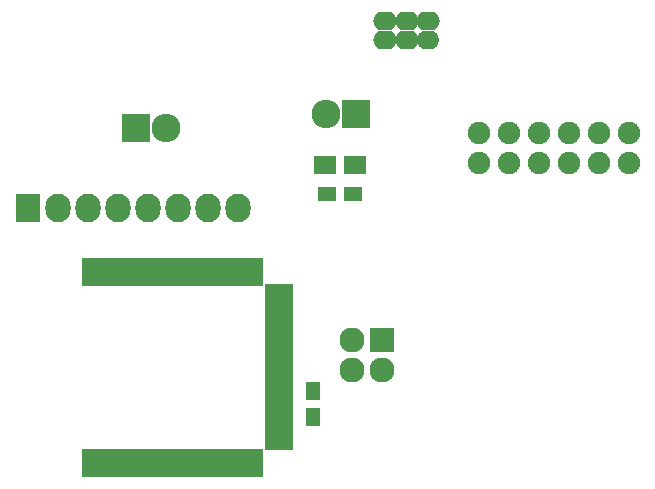
<source format=gbs>
G04 #@! TF.FileFunction,Soldermask,Bot*
%FSLAX46Y46*%
G04 Gerber Fmt 4.6, Leading zero omitted, Abs format (unit mm)*
G04 Created by KiCad (PCBNEW 4.0.0-rc1-stable) date 24.1.2017 20:57:19*
%MOMM*%
G01*
G04 APERTURE LIST*
%ADD10C,0.100000*%
%ADD11R,2.127200X2.432000*%
%ADD12O,2.127200X2.432000*%
%ADD13R,2.400000X1.400000*%
%ADD14R,1.400000X2.400000*%
%ADD15R,2.432000X2.432000*%
%ADD16O,2.432000X2.432000*%
%ADD17C,1.906220*%
%ADD18R,1.900000X1.650000*%
%ADD19R,1.600000X1.300000*%
%ADD20R,1.300000X1.600000*%
%ADD21R,2.127200X2.127200*%
%ADD22O,2.127200X2.127200*%
%ADD23O,1.900000X1.600000*%
%ADD24O,2.000000X1.600000*%
G04 APERTURE END LIST*
D10*
D11*
X3420000Y23840000D03*
D12*
X5960000Y23840000D03*
X8500000Y23840000D03*
X11040000Y23840000D03*
X13580000Y23840000D03*
X16120000Y23840000D03*
X18660000Y23840000D03*
X21200000Y23840000D03*
D13*
X24690000Y5255000D03*
X24690000Y6525000D03*
X24690000Y7795000D03*
X24690000Y9065000D03*
X24690000Y10335000D03*
X24690000Y11605000D03*
X24690000Y3985000D03*
X24690000Y12875000D03*
X24690000Y14145000D03*
X24690000Y15415000D03*
X24690000Y16685000D03*
D14*
X8670000Y2235000D03*
X9940000Y2235000D03*
X11210000Y2235000D03*
X12480000Y2235000D03*
X13750000Y2235000D03*
X15020000Y2235000D03*
X16290000Y2235000D03*
X17560000Y2235000D03*
X18830000Y2235000D03*
X20100000Y2235000D03*
X21370000Y2235000D03*
X22640000Y2235000D03*
X8670000Y18435000D03*
X9940000Y18435000D03*
X11210000Y18435000D03*
X12480000Y18435000D03*
X13750000Y18435000D03*
X15020000Y18435000D03*
X16290000Y18435000D03*
X17560000Y18435000D03*
X18830000Y18435000D03*
X20100000Y18435000D03*
X21370000Y18435000D03*
X22640000Y18435000D03*
D15*
X12540000Y30585000D03*
D16*
X15080000Y30585000D03*
D15*
X31140000Y31830000D03*
D16*
X28600000Y31830000D03*
D17*
X54260000Y27640000D03*
X54260000Y30180000D03*
X41560000Y27640000D03*
X41560000Y30180000D03*
X44100000Y27640000D03*
X44100000Y30180000D03*
X46640000Y27640000D03*
X46640000Y30180000D03*
X49180000Y27640000D03*
X49180000Y30180000D03*
X51720000Y27640000D03*
X51720000Y30180000D03*
D18*
X31065000Y27510000D03*
X28565000Y27510000D03*
D19*
X30940000Y25000000D03*
X28740000Y25000000D03*
D20*
X27510000Y6170000D03*
X27510000Y8370000D03*
D21*
X33340000Y12660000D03*
D22*
X30800000Y12660000D03*
X33340000Y10120000D03*
X30800000Y10120000D03*
D23*
X37300000Y38090000D03*
D24*
X37300000Y39690000D03*
X35470000Y39690000D03*
X33640000Y39690000D03*
X33640000Y38090000D03*
X35470000Y38090000D03*
M02*

</source>
